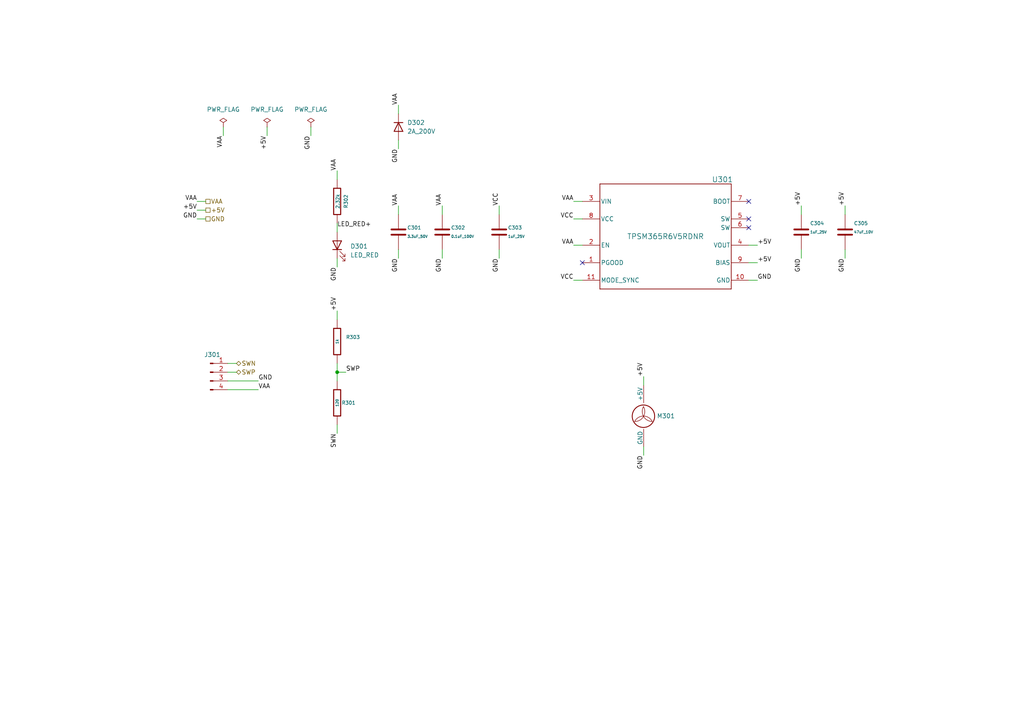
<source format=kicad_sch>
(kicad_sch (version 20230121) (generator eeschema)
  (paper "A4")
  (title_block (title "prism-pcb") (date "2024-09-10") (rev "1.3") (company "Howard Hughes Medical Institute"))
  (lib_symbols
    (symbol "Janelia:C_0.1uF_100V_0402" (pin_numbers hide) (pin_names (offset 0.254))
      (property "Reference" "C" (at 0 2.54 0))
      (property "Value" "0.1uF_100V" (at 0 0 0))
      (symbol "C_0.1uF_100V_0402_0_1"
        (polyline (pts (xy -2.032 -0.762) (xy 2.032 -0.762)) (stroke (width 0.508)))
        (polyline (pts (xy -2.032 0.762) (xy 2.032 0.762)) (stroke (width 0.508)))
      )
      (symbol "C_0.1uF_100V_0402_1_1"
        (pin passive line (at 0 5.08 270) (length 4.318) (name "~") (number "1"))
        (pin passive line (at 0 -5.08 90) (length 4.318) (name "~") (number "2"))
      )
    )
    (symbol "Janelia:C_1uF_25V_0402" (pin_numbers hide) (pin_names (offset 0.254))
      (property "Reference" "C" (at 0 2.54 0))
      (property "Value" "1uF_25V" (at 0 0 0))
      (symbol "C_1uF_25V_0402_0_1"
        (polyline (pts (xy -2.032 -0.762) (xy 2.032 -0.762)) (stroke (width 0.508)))
        (polyline (pts (xy -2.032 0.762) (xy 2.032 0.762)) (stroke (width 0.508)))
      )
      (symbol "C_1uF_25V_0402_1_1"
        (pin passive line (at 0 5.08 270) (length 4.318) (name "~") (number "1"))
        (pin passive line (at 0 -5.08 90) (length 4.318) (name "~") (number "2"))
      )
    )
    (symbol "Janelia:C_3.3uF_50V_1210" (pin_numbers hide) (pin_names (offset 0.254))
      (property "Reference" "C" (at 0 2.54 0))
      (property "Value" "3.3uF_50V" (at 0 0 0))
      (symbol "C_3.3uF_50V_1210_0_1"
        (polyline (pts (xy -2.032 -0.762) (xy 2.032 -0.762)) (stroke (width 0.508)))
        (polyline (pts (xy -2.032 0.762) (xy 2.032 0.762)) (stroke (width 0.508)))
      )
      (symbol "C_3.3uF_50V_1210_1_1"
        (pin passive line (at 0 5.08 270) (length 4.318) (name "~") (number "1"))
        (pin passive line (at 0 -5.08 90) (length 4.318) (name "~") (number "2"))
      )
    )
    (symbol "Janelia:C_47uF_10V_0805" (pin_numbers hide) (pin_names (offset 0.254))
      (property "Reference" "C" (at 0 2.54 0))
      (property "Value" "47uF_10V" (at 0 0 0))
      (symbol "C_47uF_10V_0805_0_1"
        (polyline (pts (xy -2.032 -0.762) (xy 2.032 -0.762)) (stroke (width 0.508)))
        (polyline (pts (xy -2.032 0.762) (xy 2.032 0.762)) (stroke (width 0.508)))
      )
      (symbol "C_47uF_10V_0805_1_1"
        (pin passive line (at 0 5.08 270) (length 4.318) (name "~") (number "1"))
        (pin passive line (at 0 -5.08 90) (length 4.318) (name "~") (number "2"))
      )
    )
    (symbol "Janelia:Conn_01x04_P3.5mm_TBH_Horizontal_Screw" (pin_names (offset 1.016) hide)
      (property "Reference" "J" (at -3.81 0 0))
      (symbol "Conn_01x04_P3.5mm_TBH_Horizontal_Screw_1_1"
        (polyline (pts (xy 1.27 -5.08) (xy 0.8636 -5.08)) (stroke (width 0.1524)))
        (polyline (pts (xy 1.27 -2.54) (xy 0.8636 -2.54)) (stroke (width 0.1524)))
        (polyline (pts (xy 1.27 0) (xy 0.8636 0)) (stroke (width 0.1524)))
        (polyline (pts (xy 1.27 2.54) (xy 0.8636 2.54)) (stroke (width 0.1524)))
        (rectangle (start 0.8636 -4.953) (end 0 -5.207) (stroke (width 0.1524)) (fill (type outline)))
        (rectangle (start 0.8636 -2.413) (end 0 -2.667) (stroke (width 0.1524)) (fill (type outline)))
        (rectangle (start 0.8636 0.127) (end 0 -0.127) (stroke (width 0.1524)) (fill (type outline)))
        (rectangle (start 0.8636 2.667) (end 0 2.413) (stroke (width 0.1524)) (fill (type outline)))
        (pin passive line (at 5.08 2.54 180) (length 3.81) (name "Pin_1") (number "1"))
        (pin passive line (at 5.08 0 180) (length 3.81) (name "Pin_2") (number "2"))
        (pin passive line (at 5.08 -2.54 180) (length 3.81) (name "Pin_3") (number "3"))
        (pin passive line (at 5.08 -5.08 180) (length 3.81) (name "Pin_4") (number "4"))
      )
    )
    (symbol "Janelia:D_2A_200V_SMA" (pin_numbers hide) (pin_names (offset 1.016) hide)
      (property "Reference" "D" (at 0 2.54 0))
      (property "Value" "2A_200V" (at 0 -2.54 0))
      (symbol "D_2A_200V_SMA_0_1"
        (polyline (pts (xy -1.27 1.27) (xy -1.27 -1.27)) (stroke (width 0.254)))
        (polyline (pts (xy 1.27 0) (xy -1.27 0)))
        (polyline (pts (xy 1.27 1.27) (xy 1.27 -1.27) (xy -1.27 0) (xy 1.27 1.27)) (stroke (width 0.254)))
      )
      (symbol "D_2A_200V_SMA_1_1"
        (pin passive line (at -3.81 0 0) (length 2.54) (name "K") (number "1"))
        (pin passive line (at 3.81 0 180) (length 2.54) (name "A") (number "2"))
      )
    )
    (symbol "Janelia:Fan_5VDC_25x25x8mm" (pin_numbers hide) (pin_names (offset 0)) (in_bom no)
      (property "Reference" "M" (at 3.81 0 0))
      (symbol "Fan_5VDC_25x25x8mm_0_1"
        (arc (start -2.607 -1.5967) (mid -0.0684 -0.1839) (end -0.067 2.7213))
        (circle (center -0.067 -0.0727) (radius 3.2512) (stroke (width 0.254)))
        (arc (start -0.067 2.7213) (mid -0.0202 -0.1573) (end 2.473 -1.5967))
        (arc (start 2.473 -1.5967) (mid -0.067 -0.0269) (end -2.607 -1.5967))
      )
      (symbol "Fan_5VDC_25x25x8mm_1_1"
        (pin passive line (at 0 8.89 270) (length 5.08) (name "+5V") (number "1"))
        (pin passive line (at 0 -8.89 90) (length 5.08) (name "GND") (number "2"))
        (pin passive line (at 0 -8.89 90) (length 5.08) hide (name "MH") (number "3"))
      )
    )
    (symbol "Janelia:LED_KNB_20mA_RED_1.95V_0402" (pin_numbers hide) (pin_names (offset 1.016) hide)
      (property "Reference" "D" (at 0 2.54 0))
      (property "Value" "LED_RED" (at 0 -2.54 0))
      (symbol "LED_KNB_20mA_RED_1.95V_0402_0_1"
        (polyline (pts (xy -1.27 -1.27) (xy -1.27 1.27)) (stroke (width 0.254)))
        (polyline (pts (xy -1.27 0) (xy 1.27 0)))
        (polyline (pts (xy 1.27 -1.27) (xy 1.27 1.27) (xy -1.27 0) (xy 1.27 -1.27)) (stroke (width 0.254)))
        (polyline (pts (xy -3.048 -0.762) (xy -4.572 -2.286) (xy -3.81 -2.286) (xy -4.572 -2.286) (xy -4.572 -1.524)))
        (polyline (pts (xy -1.778 -0.762) (xy -3.302 -2.286) (xy -2.54 -2.286) (xy -3.302 -2.286) (xy -3.302 -1.524)))
      )
      (symbol "LED_KNB_20mA_RED_1.95V_0402_1_1"
        (pin passive line (at -3.81 0 0) (length 2.54) (name "K") (number "1"))
        (pin passive line (at 3.81 0 180) (length 2.54) (name "A") (number "2"))
      )
    )
    (symbol "Janelia:R_120_0402" (pin_numbers hide) (pin_names (offset 0))
      (property "Reference" "R" (at 1.27 0 0))
      (property "Value" "120" (at 0 0 90))
      (symbol "R_120_0402_0_1"
        (rectangle (start -1.016 3.81) (end 1.016 -3.81) (stroke (width 0.3048)))
      )
      (symbol "R_120_0402_1_1"
        (pin passive line (at 0 6.35 270) (length 2.54) (name "~") (number "1"))
        (pin passive line (at 0 -6.35 90) (length 2.54) (name "~") (number "2"))
      )
    )
    (symbol "Janelia:R_1k_0402" (pin_numbers hide) (pin_names (offset 0))
      (property "Reference" "R" (at 2.032 0 90))
      (property "Value" "1k" (at 0 0 90))
      (symbol "R_1k_0402_0_1"
        (rectangle (start -1.016 3.81) (end 1.016 -3.81) (stroke (width 0.3048)))
      )
      (symbol "R_1k_0402_1_1"
        (pin passive line (at 0 6.35 270) (length 2.54) (name "~") (number "1"))
        (pin passive line (at 0 -6.35 90) (length 2.54) (name "~") (number "2"))
      )
    )
    (symbol "Janelia:R_2.32k_1W_0805" (pin_numbers hide) (pin_names (offset 0))
      (property "Reference" "R" (at 2.032 0 90))
      (property "Value" "2.32k" (at 0.1778 0.0254 90))
      (symbol "R_2.32k_1W_0805_0_1"
        (rectangle (start -1.016 3.81) (end 1.016 -3.81) (stroke (width 0.3048)))
      )
      (symbol "R_2.32k_1W_0805_1_1"
        (pin passive line (at 0 6.35 270) (length 2.54) (name "~") (number "1"))
        (pin passive line (at 0 -6.35 90) (length 2.54) (name "~") (number "2"))
      )
    )
    (symbol "Janelia:TPSM365R6V5RDNR" (pin_names (offset 0.254))
      (property "Reference" "U" (at 16.51 16.51 0))
      (property "Value" "TPSM365R6V5RDNR" (at 0 0 0))
      (symbol "TPSM365R6V5RDNR_0_1"
        (polyline (pts (xy -19.05 -15.24) (xy 19.05 -15.24)) (stroke (width 0.2032)))
        (polyline (pts (xy -19.05 15.24) (xy -19.05 -15.24)) (stroke (width 0.2032)))
        (polyline (pts (xy 19.05 -15.24) (xy 19.05 15.24)) (stroke (width 0.2032)))
        (polyline (pts (xy 19.05 15.24) (xy -19.05 15.24)) (stroke (width 0.2032)))
        (pin open_collector line (at -24.13 -7.62 0) (length 5.08) (name "PGOOD") (number "1"))
        (pin power_in line (at 24.13 -12.7 180) (length 5.08) (name "GND") (number "10"))
        (pin unspecified line (at -24.13 -12.7 0) (length 5.08) (name "MODE_SYNC") (number "11"))
        (pin input line (at -24.13 -2.54 0) (length 5.08) (name "EN") (number "2"))
        (pin power_in line (at -24.13 10.16 0) (length 5.08) (name "VIN") (number "3"))
        (pin unspecified line (at 24.13 -2.54 180) (length 5.08) (name "VOUT") (number "4"))
        (pin unspecified line (at 24.13 5.08 180) (length 5.08) (name "SW") (number "5"))
        (pin unspecified line (at 24.13 2.54 180) (length 5.08) (name "SW") (number "6"))
        (pin unspecified line (at 24.13 10.16 180) (length 5.08) (name "BOOT") (number "7"))
        (pin unspecified line (at -24.13 5.08 0) (length 5.08) (name "VCC") (number "8"))
        (pin unspecified line (at 24.13 -7.62 180) (length 5.08) (name "BIAS") (number "9"))
      )
    )
    (symbol "power:PWR_FLAG" (power) (pin_numbers hide) (pin_names (offset 0) hide)
      (property "Value" "PWR_FLAG" (at 0 3.81 0))
      (symbol "PWR_FLAG_0_0"
        (pin power_out line (at 0 0 90) (length 0) (name "pwr") (number "1"))
      )
      (symbol "PWR_FLAG_0_1"
        (polyline (pts (xy 0 0) (xy 0 1.27) (xy -1.016 1.905) (xy 0 2.54) (xy 1.016 1.905) (xy 0 1.27)))
      )
    )
  )
  (junction (at 97.79 107.95))
  (no_connect (at 217.17 63.5))
  (no_connect (at 217.17 66.04))
  (no_connect (at 168.91 76.2))
  (no_connect (at 217.17 58.42))
  (wire (pts (xy 128.27 62.23) (xy 128.27 59.69)))
  (wire (pts (xy 245.11 72.39) (xy 245.11 74.93)))
  (wire (pts (xy 59.69 63.5) (xy 57.15 63.5)))
  (wire (pts (xy 97.79 92.71) (xy 97.79 90.17)))
  (wire (pts (xy 97.79 105.41) (xy 97.79 107.95)))
  (wire (pts (xy 144.78 72.39) (xy 144.78 74.93)))
  (wire (pts (xy 217.17 81.28) (xy 219.71 81.28)))
  (wire (pts (xy 90.17 36.83) (xy 90.17 39.37)))
  (wire (pts (xy 77.47 36.83) (xy 77.47 39.37)))
  (wire (pts (xy 97.79 123.19) (xy 97.79 125.73)))
  (wire (pts (xy 115.57 72.39) (xy 115.57 74.93)))
  (wire (pts (xy 66.04 110.49) (xy 74.93 110.49)))
  (wire (pts (xy 115.57 30.48) (xy 115.57 33.02)))
  (wire (pts (xy 66.04 113.03) (xy 74.93 113.03)))
  (wire (pts (xy 245.11 62.23) (xy 245.11 59.69)))
  (wire (pts (xy 128.27 72.39) (xy 128.27 74.93)))
  (wire (pts (xy 168.91 71.12) (xy 166.37 71.12)))
  (wire (pts (xy 186.69 129.54) (xy 186.69 132.08)))
  (wire (pts (xy 59.69 60.96) (xy 57.15 60.96)))
  (wire (pts (xy 97.79 74.93) (xy 97.79 77.47)))
  (wire (pts (xy 232.41 72.39) (xy 232.41 74.93)))
  (wire (pts (xy 97.79 64.77) (xy 97.79 67.31)))
  (wire (pts (xy 97.79 107.95) (xy 100.33 107.95)))
  (wire (pts (xy 168.91 58.42) (xy 166.37 58.42)))
  (wire (pts (xy 59.69 58.42) (xy 57.15 58.42)))
  (wire (pts (xy 66.04 105.41) (xy 68.58 105.41)))
  (wire (pts (xy 186.69 111.76) (xy 186.69 109.22)))
  (wire (pts (xy 97.79 52.07) (xy 97.79 49.53)))
  (wire (pts (xy 97.79 107.95) (xy 97.79 110.49)))
  (wire (pts (xy 232.41 62.23) (xy 232.41 59.69)))
  (wire (pts (xy 64.77 36.83) (xy 64.77 39.37)))
  (wire (pts (xy 168.91 81.28) (xy 166.37 81.28)))
  (wire (pts (xy 115.57 40.64) (xy 115.57 43.18)))
  (wire (pts (xy 144.78 62.23) (xy 144.78 59.69)))
  (wire (pts (xy 168.91 63.5) (xy 166.37 63.5)))
  (wire (pts (xy 217.17 76.2) (xy 219.71 76.2)))
  (wire (pts (xy 66.04 107.95) (xy 68.58 107.95)))
  (wire (pts (xy 115.57 62.23) (xy 115.57 59.69)))
  (wire (pts (xy 217.17 71.12) (xy 219.71 71.12)))
  (label "VAA" (at 166.37 58.42 180))
  (label "GND" (at 128.27 74.93 270))
  (label "GND" (at 90.17 39.37 270))
  (label "+5V" (at 232.41 59.69 90))
  (label "+5V" (at 245.11 59.69 90))
  (label "VCC" (at 166.37 63.5 180))
  (label "GND" (at 186.69 132.08 270))
  (label "VAA" (at 115.57 59.69 90))
  (label "VAA" (at 128.27 59.69 90))
  (label "GND" (at 219.71 81.28 0))
  (label "SWN" (at 97.79 125.73 270))
  (label "SWP" (at 100.33 107.95 0))
  (label "GND" (at 115.57 43.18 270))
  (label "+5V" (at 219.71 71.12 0))
  (label "GND" (at 97.79 77.47 270))
  (label "GND" (at 245.11 74.93 270))
  (label "+5V" (at 97.79 90.17 90))
  (label "VAA" (at 57.15 58.42 180))
  (label "GND" (at 144.78 74.93 270))
  (label "VAA" (at 64.77 39.37 270))
  (label "+5V" (at 186.69 109.22 90))
  (label "GND" (at 57.15 63.5 180))
  (label "+5V" (at 57.15 60.96 180))
  (label "VAA" (at 97.79 49.53 90))
  (label "+5V" (at 219.71 76.2 0))
  (label "GND" (at 232.41 74.93 270))
  (label "GND" (at 115.57 74.93 270))
  (label "VAA" (at 74.93 113.03 0))
  (label "GND" (at 74.93 110.49 0))
  (label "LED_RED+" (at 97.79 66.04 0))
  (label "+5V" (at 77.47 39.37 270))
  (label "VAA" (at 166.37 71.12 180))
  (label "VCC" (at 144.78 59.69 90))
  (label "VCC" (at 166.37 81.28 180))
  (label "VAA" (at 115.57 30.48 90))
  (hierarchical_label "+5V" (shape passive) (at 59.69 60.96 0))
  (hierarchical_label "SWP" (shape bidirectional) (at 68.58 107.95 0))
  (hierarchical_label "GND" (shape passive) (at 59.69 63.5 0))
  (hierarchical_label "VAA" (shape passive) (at 59.69 58.42 0))
  (hierarchical_label "SWN" (shape bidirectional) (at 68.58 105.41 0))
  (symbol (lib_id "Janelia:R_1k_0402") (at 97.79 99.06 0) (unit 1)
    (property "Reference" "R303" (at 100.33 97.79 0) (effects (font (size 1.016 1.016)) (justify left)))
    (property "Value" "1k" (at 97.79 99.06 90) (effects (font (size 0.762 0.762))))
    (property "Footprint" "Janelia:R_0402_1005Metric" (effects hide))
    (property "Vendor" "Digi-Key" (effects hide))
    (property "Vendor Part Number" "311-1.00KLRCT-ND" (effects hide))
    (property "Synopsis" "RES SMD 1K OHM 1% 1/16W" (effects hide))
    (property "Package" "0402" (effects hide))
    (property "Manufacturer" "YAGEO" (effects hide))
    (property "Manufacturer Part Number" "RC0402FR-071KL" (effects hide))
    (property "LCSC" "C106235" (effects hide))
  )
  (symbol (lib_id "power:PWR_FLAG") (at 90.17 36.83 0) (unit 1)
    (property "Reference" "#FLG0303" (effects hide))
    (property "Value" "PWR_FLAG" (at 90.17 31.75 0))
  )
  (symbol (lib_id "Janelia:C_47uF_10V_0805") (at 245.11 67.31 0) (unit 1)
    (property "Reference" "C305" (at 247.65 64.77 0) (effects (font (size 1.016 1.016)) (justify left)))
    (property "Value" "47uF_10V" (at 247.65 67.31 0) (effects (font (size 0.762 0.762)) (justify left)))
    (property "Footprint" "Janelia:C_0805_2012Metric" (effects hide))
    (property "Vendor" "Digi-Key" (effects hide))
    (property "Vendor Part Number" "445-8239-1-ND" (effects hide))
    (property "Package" "0805" (effects hide))
    (property "Manufacturer" "TDK Corporation" (effects hide))
    (property "Manufacturer Part Number" "C2012X5R1A476M125AC" (effects hide))
    (property "Synopsis" "CAP CER 47UF 10V X5R" (effects hide))
    (property "LCSC" "C2182652" (effects hide))
  )
  (symbol (lib_id "Janelia:C_1uF_25V_0402") (at 232.41 67.31 0) (unit 1)
    (property "Reference" "C304" (at 234.95 64.77 0) (effects (font (size 1.016 1.016)) (justify left)))
    (property "Value" "1uF_25V" (at 234.95 67.31 0) (effects (font (size 0.762 0.762)) (justify left)))
    (property "Footprint" "Janelia:C_0402_1005Metric" (effects hide))
    (property "Vendor" "Digi-Key" (effects hide))
    (property "Vendor Part Number" "490-12263-1-ND" (effects hide))
    (property "Synopsis" "CAP CER 1UF 25V X5R" (effects hide))
    (property "Package" "0402" (effects hide))
    (property "Manufacturer" "Murata Electronics" (effects hide))
    (property "Manufacturer Part Number" "GRT155R61E105KE01D" (effects hide))
    (property "LCSC" "C711085" (effects hide))
  )
  (symbol (lib_id "Janelia:TPSM365R6V5RDNR") (at 193.04 68.58 0) (unit 1)
    (property "Reference" "U301" (at 209.55 52.07 0) (effects (font (size 1.524 1.524))))
    (property "Value" "TPSM365R6V5RDNR" (at 193.04 68.58 0) (effects (font (size 1.524 1.524))))
    (property "Footprint" "Janelia:RDN0011A-MFG" (effects hide))
    (property "Synopsis" "DC-DC 5V 600mA Output 3-65V Input" (effects hide))
    (property "Manufacturer" "Texas Instruments" (effects hide))
    (property "Manufacturer Part Number" "TPSM365R6V5RDNR" (effects hide))
    (property "Vendor" "Digi-Key" (effects hide))
    (property "Vendor Part Number" "296-TPSM365R6V5RDNRCT-ND" (effects hide))
    (property "LCSC" "C19078014" (effects hide))
    (property "Package" "QFN-11(3.5x4.5)" (effects hide))
  )
  (symbol (lib_id "Janelia:C_3.3uF_50V_1210") (at 115.57 67.31 0) (unit 1)
    (property "Reference" "C301" (at 118.11 66.04 0) (effects (font (size 1.016 1.016)) (justify left)))
    (property "Value" "3.3uF_50V" (at 118.11 68.58 0) (effects (font (size 0.762 0.762)) (justify left)))
    (property "Footprint" "Janelia:C_1210_3225Metric" (effects hide))
    (property "Vendor" "JLCPCB" (effects hide))
    (property "Vendor Part Number" "C1021610" (effects hide))
    (property "Synopsis" "50V 3.3uF" (effects hide))
    (property "Package" "1210" (effects hide))
    (property "Manufacturer" "PSA(Prosperity Dielectrics)" (effects hide))
    (property "Manufacturer Part Number" "FS32X335K500EGG" (effects hide))
    (property "LCSC" "C1021610" (effects hide))
  )
  (symbol (lib_id "Janelia:C_1uF_25V_0402") (at 144.78 67.31 0) (unit 1)
    (property "Reference" "C303" (at 147.32 66.04 0) (effects (font (size 1.016 1.016)) (justify left)))
    (property "Value" "1uF_25V" (at 147.32 68.58 0) (effects (font (size 0.762 0.762)) (justify left)))
    (property "Footprint" "Janelia:C_0402_1005Metric" (effects hide))
    (property "Vendor" "Digi-Key" (effects hide))
    (property "Vendor Part Number" "490-12263-1-ND" (effects hide))
    (property "Synopsis" "CAP CER 1UF 25V X5R" (effects hide))
    (property "Package" "0402" (effects hide))
    (property "Manufacturer" "Murata Electronics" (effects hide))
    (property "Manufacturer Part Number" "GRT155R61E105KE01D" (effects hide))
    (property "LCSC" "C711085" (effects hide))
  )
  (symbol (lib_id "Janelia:Conn_01x04_P3.5mm_TBH_Horizontal_Screw") (at 60.96 107.95 0) (unit 1)
    (property "Reference" "J301" (at 61.595 102.87 0))
    (property "Value" "Conn_01x04_P3.5mm_TBH_Horizontal_Screw" (effects hide))
    (property "Footprint" "Janelia:PhoenixContact_MC_1,5_4-G-3.5_1x04_P3.50mm_Horizontal_Screw" (effects hide))
    (property "Manufacturer" "Phoenix Contact" (effects hide))
    (property "Manufacturer Part Number" "1844236" (effects hide))
    (property "Synopsis" "TERM BLOCK HDR 4POS 90DEG 3.5MM" (effects hide))
    (property "Vendor" "Digi-Key" (effects hide))
    (property "Vendor Part Number" "277-2419-ND" (effects hide))
    (property "Sim.Enable" "0" (effects hide))
    (property "LCSC" "C480590" (effects hide))
    (property "Package" "Push-Pull P=3.5mm" (effects hide))
  )
  (symbol (lib_id "power:PWR_FLAG") (at 77.47 36.83 0) (unit 1)
    (property "Reference" "#FLG0302" (effects hide))
    (property "Value" "PWR_FLAG" (at 77.47 31.75 0))
  )
  (symbol (lib_id "power:PWR_FLAG") (at 64.77 36.83 0) (unit 1)
    (property "Reference" "#FLG0301" (effects hide))
    (property "Value" "PWR_FLAG" (at 64.77 31.75 0))
  )
  (symbol (lib_id "Janelia:R_2.32k_1W_0805") (at 97.79 58.42 0) (unit 1)
    (property "Reference" "R302" (at 100.33 58.42 90) (effects (font (size 1.016 1.016))))
    (property "Value" "2.32k" (at 97.9678 58.3946 90) (effects (font (size 1.016 1.016))))
    (property "Footprint" "Janelia:R_0805_2012Metric" (effects hide))
    (property "Package" "0805" (effects hide))
    (property "Manufacturer" "TE Connectivity Passive Product" (effects hide))
    (property "Manufacturer Part Number" "RA73F2A2K32BTD" (effects hide))
    (property "Vendor" "Digi-Key" (effects hide))
    (property "Vendor Part Number" "1712-RA73F2A2K32BTDCT-ND" (effects hide))
    (property "Synopsis" "RA73F 2A 2K32 0.1% 5K RL" (effects hide))
    (property "LCSC" "C3961061" (effects hide))
  )
  (symbol (lib_id "Janelia:D_2A_200V_SMA") (at 115.57 36.83 270) (unit 1)
    (property "Reference" "D302" (at 118.11 35.56 90) (effects (justify left)))
    (property "Value" "2A_200V" (at 118.11 38.1 90) (effects (justify left)))
    (property "Footprint" "Janelia:D_SMA" (effects hide))
    (property "Sim.Device" "D" (effects hide))
    (property "Sim.Pins" "1=K 2=A" (effects hide))
    (property "Synopsis" "DIODE GEN PURP 200V 2A" (effects hide))
    (property "Package" "SMA(DO-214AC)" (effects hide))
    (property "Manufacturer" "GOODWORK" (effects hide))
    (property "Manufacturer Part Number" "ES2D" (effects hide))
    (property "Vendor" "JLCPCB" (effects hide))
    (property "Vendor Part Number" "C2922175" (effects hide))
    (property "LCSC" "C2922175" (effects hide))
  )
  (symbol (lib_id "Janelia:R_120_0402") (at 97.79 116.84 0) (unit 1)
    (property "Reference" "R301" (at 99.06 116.84 0) (effects (font (size 1.016 1.016)) (justify left)))
    (property "Value" "120" (at 97.79 116.84 90) (effects (font (size 0.762 0.762))))
    (property "Footprint" "Janelia:R_0402_1005Metric" (effects hide))
    (property "Vendor" "JLCPCB" (effects hide))
    (property "Vendor Part Number" "C114758" (effects hide))
    (property "Synopsis" "RES SMD 120 OHM 1% 62.5mW" (effects hide))
    (property "Package" "0402" (effects hide))
    (property "Manufacturer" "YAGEO" (effects hide))
    (property "Manufacturer Part Number" "RC0402FR-07120RL" (effects hide))
    (property "LCSC" "C114758" (effects hide))
  )
  (symbol (lib_id "Janelia:C_0.1uF_100V_0402") (at 128.27 67.31 0) (unit 1)
    (property "Reference" "C302" (at 130.81 66.04 0) (effects (font (size 1.016 1.016)) (justify left)))
    (property "Value" "0.1uF_100V" (at 130.81 68.58 0) (effects (font (size 0.762 0.762)) (justify left)))
    (property "Footprint" "Janelia:C_0402_1005Metric" (effects hide))
    (property "Vendor" "Digi-Key" (effects hide))
    (property "Vendor Part Number" "490-10458-1-ND" (effects hide))
    (property "Synopsis" "CAP CER 0.1UF 100V X5R" (effects hide))
    (property "Manufacturer" "Murata Electronics" (effects hide))
    (property "Manufacturer Part Number" "GRM155R62A104KE14D" (effects hide))
    (property "Package" "0402" (effects hide))
    (property "LCSC" "C162178" (effects hide))
  )
  (symbol (lib_id "Janelia:LED_KNB_20mA_RED_1.95V_0402") (at 97.79 71.12 90) (unit 1)
    (property "Reference" "D301" (at 101.6 71.4375 90) (effects (justify right)))
    (property "Value" "LED_RED" (at 101.6 73.9775 90) (effects (justify right)))
    (property "Footprint" "Janelia:LED_0402-1005_KNB" (effects hide))
    (property "Synopsis" "LED RED CLEAR CHIP SMD" (effects hide))
    (property "Package" "0402" (effects hide))
    (property "Manufacturer" "Kingbright" (effects hide))
    (property "Manufacturer Part Number" "APHHS1005SURCK" (effects hide))
    (property "Vendor" "Digi-Key" (effects hide))
    (property "Vendor Part Number" "754-1104-1-ND" (effects hide))
    (property "LCSC" "C2852592" (effects hide))
  )
  (symbol (lib_id "Janelia:Fan_5VDC_25x25x8mm") (at 186.69 120.65 0) (unit 1) (in_bom no)
    (property "Reference" "M301" (at 190.5 120.65 0) (effects (justify left)))
    (property "Value" "Fan_5VDC_25x25x8mm" (effects hide))
    (property "Footprint" "Janelia:FAN_5VDC_25x25x8mm" (effects hide))
    (property "Synopsis" "FAN AXIAL 25X8MM 5VDC WIRE" (effects hide))
    (property "Manufacturer" "ebm-papst Inc." (effects hide))
    (property "Manufacturer Part Number" "255M" (effects hide))
    (property "Vendor" "Digi-Key" (effects hide))
    (property "Vendor Part Number" "381-2353-ND" (effects hide))
    (property "Sim.Enable" "0" (effects hide))
  )
)
</source>
